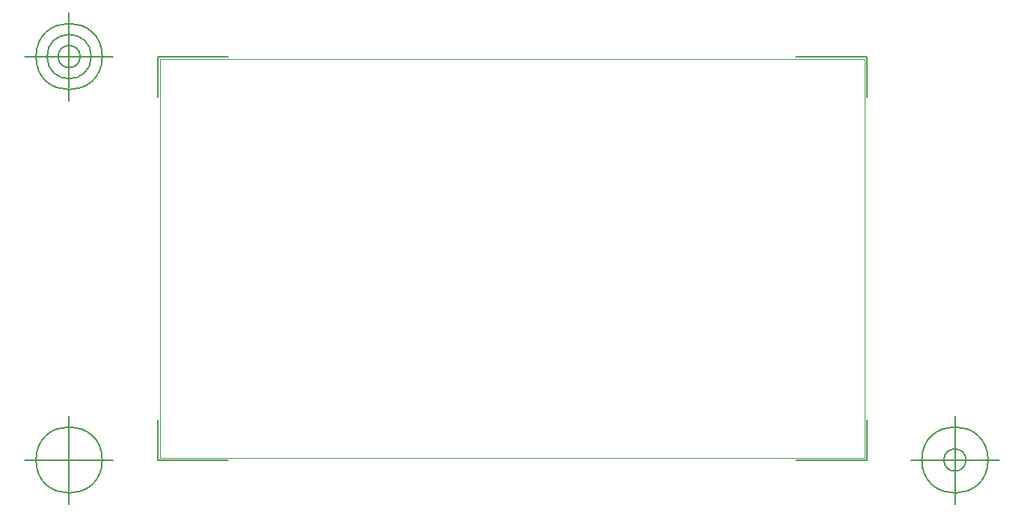
<source format=gbr>
G04 Generated by Ultiboard 14.1 *
%FSLAX34Y34*%
%MOMM*%

%ADD10C,0.0001*%
%ADD11C,0.0010*%
%ADD12C,0.1270*%


G04 ColorRGB 00FFFF for the following layer *
%LNBoard Outline*%
%LPD*%
G54D10*
G54D11*
X-60960Y177800D02*
X736604Y177800D01*
X736604Y629920D01*
X-60960Y629920D01*
X-60960Y177800D01*
G54D12*
X-63500Y175260D02*
X-63500Y220980D01*
X-63500Y175260D02*
X16764Y175260D01*
X739144Y175260D02*
X658880Y175260D01*
X739144Y175260D02*
X739144Y220980D01*
X739144Y632460D02*
X739144Y586740D01*
X739144Y632460D02*
X658880Y632460D01*
X-63500Y632460D02*
X16764Y632460D01*
X-63500Y632460D02*
X-63500Y586740D01*
X-113500Y175260D02*
X-213500Y175260D01*
X-163500Y125260D02*
X-163500Y225260D01*
X-201000Y175260D02*
G75*
D01*
G02X-201000Y175260I37500J0*
G01*
X789144Y175260D02*
X889144Y175260D01*
X839144Y125260D02*
X839144Y225260D01*
X801644Y175260D02*
G75*
D01*
G02X801644Y175260I37500J0*
G01*
X826644Y175260D02*
G75*
D01*
G02X826644Y175260I12500J0*
G01*
X-113500Y632460D02*
X-213500Y632460D01*
X-163500Y582460D02*
X-163500Y682460D01*
X-201000Y632460D02*
G75*
D01*
G02X-201000Y632460I37500J0*
G01*
X-188500Y632460D02*
G75*
D01*
G02X-188500Y632460I25000J0*
G01*
X-176000Y632460D02*
G75*
D01*
G02X-176000Y632460I12500J0*
G01*

M02*

</source>
